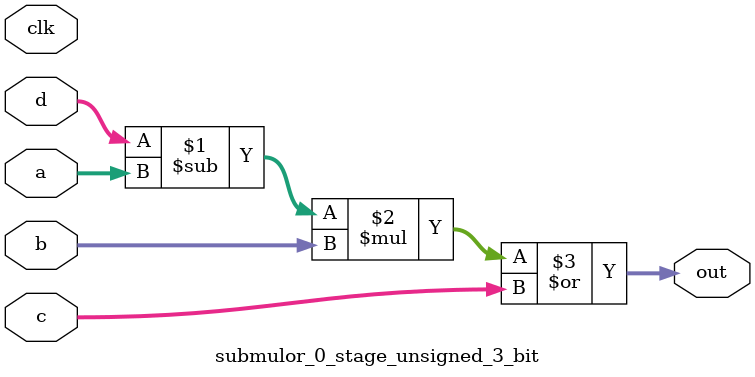
<source format=sv>
(* use_dsp = "yes" *) module submulor_0_stage_unsigned_3_bit(
	input  [2:0] a,
	input  [2:0] b,
	input  [2:0] c,
	input  [2:0] d,
	output [2:0] out,
	input clk);

	assign out = ((d - a) * b) | c;
endmodule

</source>
